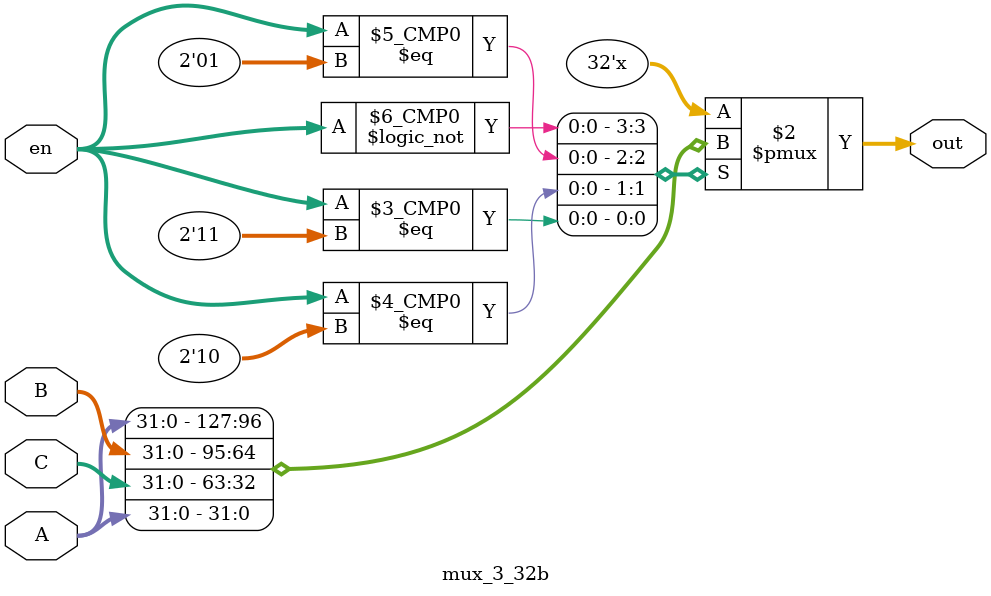
<source format=v>
`timescale 1ns / 1ps
module mux_3_32b( 
	input [1:0]en,
	input [31:0] A, B,C,	
	output reg [31:0] out
);
	always@(*)
	begin
		case(en[1:0])
			2'b00:out<=A;
			2'b01:out<=B;
			2'b10:out<=C;
			2'b11:out<=A;
		endcase
	end
endmodule


</source>
